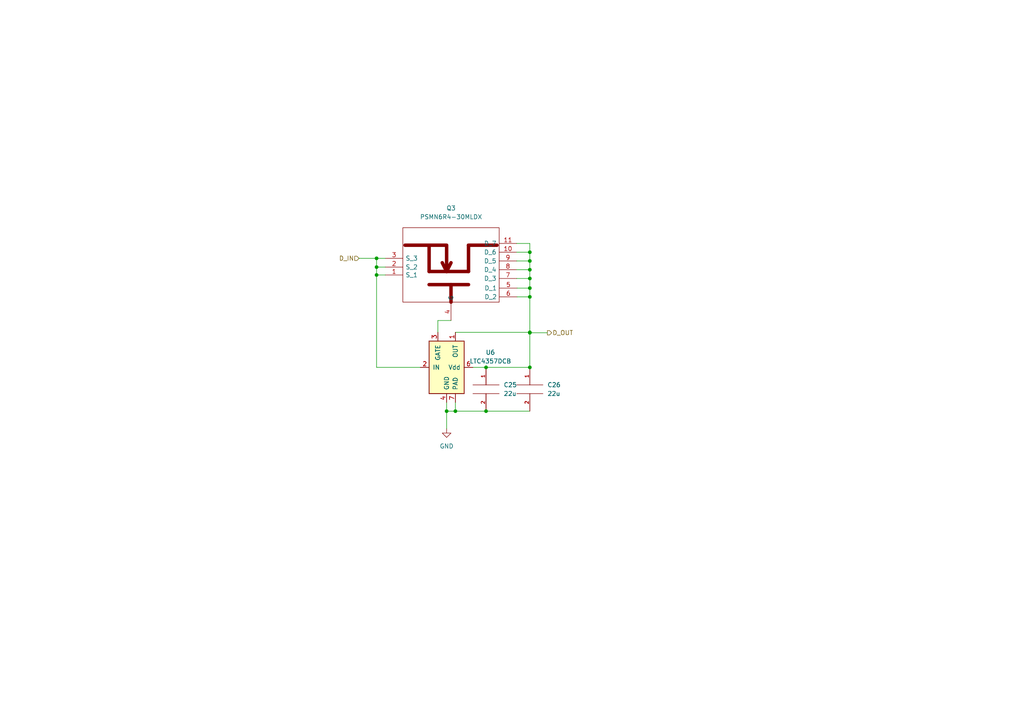
<source format=kicad_sch>
(kicad_sch (version 20250114) (generator "eeschema") (generator_version "9.0")
  (paper "A4")
  (lib_symbols
    (symbol "PSMN6R4-30MLDX:PSMN6R4-30MLDX" (pin_names (offset 0.762))
      (property "Reference" "Q" (at 21.59 7.62 0))
      (property "Value" "PSMN6R4-30MLDX" (at 21.59 5.08 0))
      (symbol "PSMN6R4-30MLDX_0_0"
        (pin passive line (at -5.207 -3.302 0) (length 5.08) (name "G") (number "4"))
        (pin passive line (at 1.651 15.875 270) (length 5.08) (name "D_2") (number "6"))
        (pin passive line (at 4.191 15.875 270) (length 5.08) (name "D_1") (number "5"))
        (pin passive line (at 6.985 15.748 270) (length 5.08) (name "D_3") (number "7"))
        (pin passive line (at 8.001 -22.352 90) (length 5.08) (name "S_1") (number "1"))
        (pin passive line (at 9.525 15.748 270) (length 5.08) (name "D_4") (number "8"))
        (pin passive line (at 10.287 -22.352 90) (length 5.08) (name "S_2") (number "2"))
        (pin passive line (at 12.065 15.748 270) (length 5.08) (name "D_5") (number "9"))
        (pin passive line (at 12.827 -22.352 90) (length 5.08) (name "S_3") (number "3"))
        (pin passive line (at 14.605 15.748 270) (length 5.08) (name "D_6") (number "10"))
        (pin passive line (at 17.145 15.748 270) (length 5.08) (name "D_7") (number "11"))
      )
      (symbol "PSMN6R4-30MLDX_0_1"
        (polyline (pts (xy 0.127 10.668) (xy 21.717 10.668) (xy 21.717 -17.272) (xy 0.127 -17.272) (xy 0.127 10.668)) (stroke (width 0.1524)))
        (polyline (pts (xy 5.207 1.778) (xy 5.207 -9.652)) (stroke (width 1)))
        (polyline (pts (xy 5.207 -3.302) (xy 0.127 -3.302)) (stroke (width 1)))
        (polyline (pts (xy 9.017 1.778) (xy 9.017 -9.652)) (stroke (width 1)))
        (polyline (pts (xy 9.017 1.778) (xy 16.637 1.778)) (stroke (width 1)))
        (polyline (pts (xy 9.017 -4.572) (xy 11.557 -5.842)) (stroke (width 1)))
        (polyline (pts (xy 9.017 -9.652) (xy 16.637 -9.652)) (stroke (width 1)))
        (polyline (pts (xy 16.637 1.778) (xy 16.637 10.033)) (stroke (width 1)))
        (polyline (pts (xy 16.637 -9.652) (xy 16.637 -16.637)) (stroke (width 1)))
        (polyline (pts (xy 16.637 -9.652) (xy 16.637 -4.572) (xy 9.017 -4.572) (xy 11.557 -3.302)) (stroke (width 1)))
      )
    )
    (symbol "Power_Management:LTC4357DCB" (pin_names (offset 1.016))
      (property "Reference" "U" (at 6.35 6.35 0))
      (property "Value" "LTC4357DCB" (at 6.35 -6.35 0))
      (symbol "LTC4357DCB_0_1"
        (rectangle (start -5.08 7.62) (end 5.08 -7.62) (stroke (width 0.254)) (fill (type background)))
      )
      (symbol "LTC4357DCB_1_1"
        (pin input line (at -7.62 0 0) (length 2.54) (name "IN") (number "2"))
        (pin no_connect line (at -7.62 -2.54 0) (length 2.54) (hide yes) (name "NC") (number "5"))
        (pin output line (at -2.54 10.16 270) (length 2.54) (name "GATE") (number "3"))
        (pin power_in line (at 0 -10.16 90) (length 2.54) (name "GND") (number "4"))
        (pin input line (at 2.54 10.16 270) (length 2.54) (name "OUT") (number "1"))
        (pin power_in line (at 2.54 -10.16 90) (length 2.54) (name "PAD") (number "7"))
        (pin power_in line (at 7.62 0 180) (length 2.54) (name "Vdd") (number "6"))
      )
    )
    (symbol "power:GND" (power) (pin_names (offset 0))
      (property "Value" "GND" (at 0 -3.81 0))
      (symbol "GND_0_1"
        (polyline (pts (xy 0 0) (xy 0 -1.27) (xy 1.27 -1.27) (xy 0 -2.54) (xy -1.27 -1.27) (xy 0 -1.27)))
      )
      (symbol "GND_1_1"
        (pin power_in line (at 0 0 270) (length 0) (hide yes) (name "GND") (number "1"))
      )
    )
    (symbol "pspice:C" (pin_names (offset 0.254))
      (property "Reference" "C" (at 2.54 3.81 90))
      (property "Value" "C" (at 2.54 -3.81 90))
      (symbol "C_0_1"
        (polyline (pts (xy -3.81 1.27) (xy 3.81 1.27)))
        (polyline (pts (xy -3.81 -1.27) (xy 3.81 -1.27)))
      )
      (symbol "C_1_1"
        (pin passive line (at 0 6.35 270) (length 5.08) (name "~") (number "1"))
        (pin passive line (at 0 -6.35 90) (length 5.08) (name "~") (number "2"))
      )
    )
  )
  (junction (at 109.22 77.47))
  (junction (at 153.67 86.106))
  (junction (at 153.67 96.52))
  (junction (at 153.67 96.393))
  (junction (at 153.67 73.152))
  (junction (at 153.67 83.566))
  (junction (at 109.22 74.93))
  (junction (at 153.67 80.772))
  (junction (at 140.97 119.253))
  (junction (at 153.67 75.692))
  (junction (at 132.08 119.253))
  (junction (at 153.67 106.553))
  (junction (at 129.54 119.253))
  (junction (at 109.22 79.756))
  (junction (at 140.97 106.553))
  (junction (at 153.67 78.232))
  (wire (pts (xy 109.22 79.756) (xy 109.22 106.553)))
  (wire (pts (xy 109.22 79.756) (xy 111.76 79.756)))
  (wire (pts (xy 129.54 119.253) (xy 129.54 124.333)))
  (wire (pts (xy 153.67 75.692) (xy 153.67 78.232)))
  (wire (pts (xy 153.67 70.612) (xy 153.67 73.152)))
  (wire (pts (xy 109.22 106.553) (xy 121.92 106.553)))
  (wire (pts (xy 132.08 119.253) (xy 140.97 119.253)))
  (wire (pts (xy 111.76 74.93) (xy 109.22 74.93)))
  (wire (pts (xy 153.67 96.52) (xy 153.67 96.393)))
  (wire (pts (xy 127 92.964) (xy 130.81 92.964)))
  (wire (pts (xy 104.14 74.93) (xy 109.22 74.93)))
  (wire (pts (xy 153.67 106.553) (xy 153.67 96.52)))
  (wire (pts (xy 140.97 106.553) (xy 153.67 106.553)))
  (wire (pts (xy 149.86 80.772) (xy 153.67 80.772)))
  (wire (pts (xy 149.86 78.232) (xy 153.67 78.232)))
  (wire (pts (xy 149.86 70.612) (xy 153.67 70.612)))
  (wire (pts (xy 153.67 83.566) (xy 153.67 86.106)))
  (wire (pts (xy 153.67 86.106) (xy 153.67 96.393)))
  (wire (pts (xy 132.08 116.713) (xy 132.08 119.253)))
  (wire (pts (xy 149.86 75.692) (xy 153.67 75.692)))
  (wire (pts (xy 153.67 96.52) (xy 158.75 96.52)))
  (wire (pts (xy 140.97 119.253) (xy 153.67 119.253)))
  (wire (pts (xy 149.987 83.566) (xy 153.67 83.566)))
  (wire (pts (xy 109.22 77.47) (xy 111.76 77.47)))
  (wire (pts (xy 109.22 74.93) (xy 109.22 77.47)))
  (wire (pts (xy 153.67 73.152) (xy 153.67 75.692)))
  (wire (pts (xy 129.54 119.253) (xy 132.08 119.253)))
  (wire (pts (xy 127 96.393) (xy 127 92.964)))
  (wire (pts (xy 153.67 80.772) (xy 153.67 83.566)))
  (wire (pts (xy 149.987 86.106) (xy 153.67 86.106)))
  (wire (pts (xy 132.08 96.393) (xy 153.67 96.393)))
  (wire (pts (xy 149.86 73.152) (xy 153.67 73.152)))
  (wire (pts (xy 137.16 106.553) (xy 140.97 106.553)))
  (wire (pts (xy 109.22 77.47) (xy 109.22 79.756)))
  (wire (pts (xy 153.67 78.232) (xy 153.67 80.772)))
  (wire (pts (xy 129.54 116.713) (xy 129.54 119.253)))
  (hierarchical_label "D_IN" (shape input) (at 104.14 74.93 180))
  (hierarchical_label "D_OUT" (shape output) (at 158.75 96.52 0))
  (symbol (lib_id "pspice:C") (at 140.97 112.903 0) (unit 1)
    (property "Reference" "C25" (at 146.05 111.6329 0) (effects (justify left)))
    (property "Value" "22u" (at 146.05 114.1729 0) (effects (justify left)))
    (property "Footprint" "Capacitor_SMD:C_0603_1608Metric" (effects (hide yes)))
    (property "Datasheet" "187-CL21A226MAYNNNE" (effects (hide yes)))
  )
  (symbol (lib_id "power:GND") (at 129.54 124.333 0) (unit 1)
    (property "Reference" "#PWR044" (effects (hide yes)))
    (property "Value" "GND" (at 129.54 129.413 0))
  )
  (symbol (lib_id "PSMN6R4-30MLDX:PSMN6R4-30MLDX") (at 134.112 87.757 270) (mirror x) (unit 1)
    (property "Reference" "Q3" (at 130.8354 60.3758 90))
    (property "Value" "PSMN6R4-30MLDX" (at 130.8354 62.9158 90))
    (property "Footprint" "PSMN6R4-30MLDX:PSMN6R430MLDX" (effects (hide yes)))
    (property "Datasheet" "https://assets.nexperia.com/documents/data-sheet/PSMN6R4-30MLD.pdf" (effects (hide yes)))
    (property "Description" "N-Channel 30 V 66A (Tc) 51W (Tc) Surface Mount LFPAK33" (effects (hide yes)))
    (property "Height" "1" (effects (hide yes)))
    (property "Mouser Part Number" "771-PSMN6R4-30MLDX" (effects (hide yes)))
    (property "Mouser Price/Stock" "https://www.mouser.co.uk/ProductDetail/Nexperia/PSMN6R4-30MLDX?qs=%252BRKXB2WKlSf4y6eJx3BOlw%3D%3D" (effects (hide yes)))
    (property "Manufacturer_Name" "Nexperia" (effects (hide yes)))
    (property "Manufacturer_Part_Number" "PSMN6R4-30MLDX" (effects (hide yes)))
  )
  (symbol (lib_id "Power_Management:LTC4357DCB") (at 129.54 106.553 0) (unit 1)
    (property "Reference" "U6" (at 142.24 102.2223 0))
    (property "Value" "LTC4357DCB" (at 142.24 104.7623 0))
    (property "Footprint" "LTC4357IDCB#TRMPBF:SON50P300X200X80-7N-D" (effects (hide yes)))
    (property "Datasheet" "https://www.analog.com/media/en/technical-documentation/data-sheets/4357fd.pdf" (effects (hide yes)))
  )
  (symbol (lib_id "pspice:C") (at 153.67 112.903 0) (unit 1)
    (property "Reference" "C26" (at 158.75 111.6329 0) (effects (justify left)))
    (property "Value" "22u" (at 158.75 114.1729 0) (effects (justify left)))
    (property "Footprint" "Capacitor_SMD:C_0603_1608Metric" (effects (hide yes)))
    (property "Datasheet" "187-CL21A226MAYNNNE" (effects (hide yes)))
  )
)
</source>
